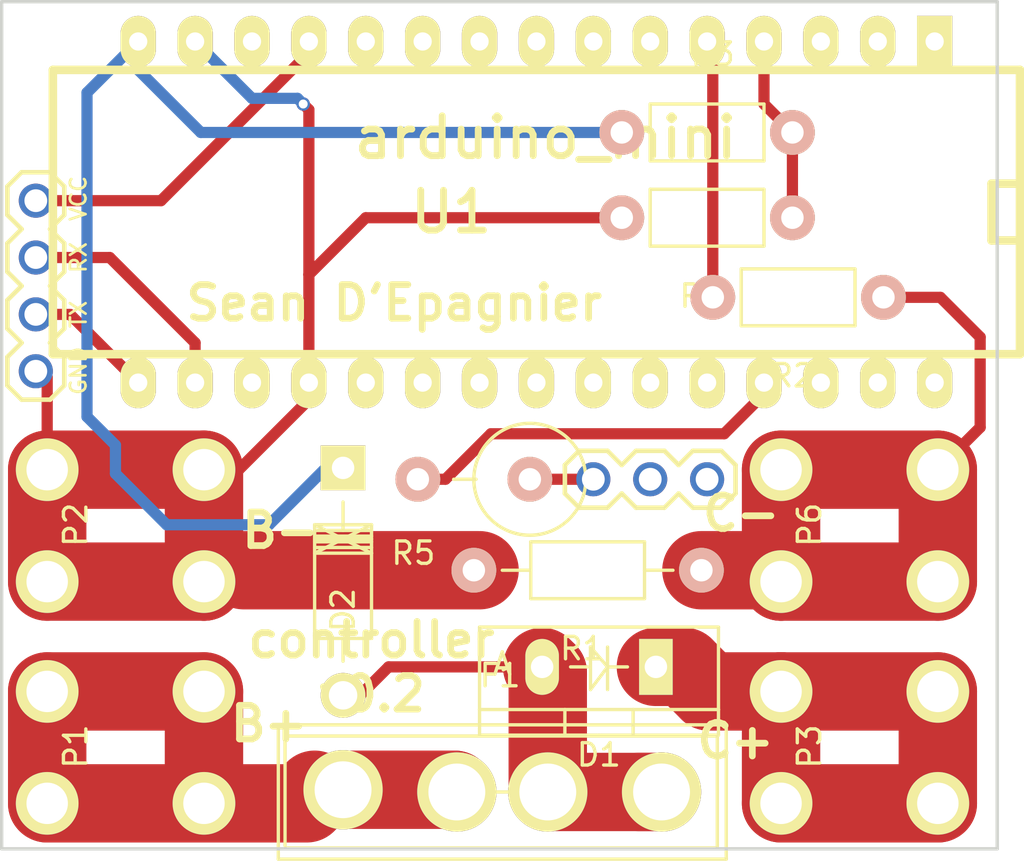
<source format=kicad_pcb>
(kicad_pcb (version 4) (host pcbnew 4.0.2+dfsg1-stable)

  (general
    (links 35)
    (no_connects 0)
    (area 134.544999 52.502999 179.399001 90.499001)
    (thickness 1.6)
    (drawings 10)
    (tracks 84)
    (zones 0)
    (modules 15)
    (nets 37)
  )

  (page A4)
  (layers
    (0 F.Cu signal)
    (31 B.Cu signal)
    (32 B.Adhes user)
    (33 F.Adhes user)
    (34 B.Paste user)
    (35 F.Paste user)
    (36 B.SilkS user)
    (37 F.SilkS user)
    (38 B.Mask user)
    (39 F.Mask user)
    (40 Dwgs.User user)
    (41 Cmts.User user)
    (42 Eco1.User user)
    (43 Eco2.User user)
    (44 Edge.Cuts user)
    (45 Margin user)
    (46 B.CrtYd user)
    (47 F.CrtYd user)
    (48 B.Fab user)
    (49 F.Fab user)
  )

  (setup
    (last_trace_width 0.5)
    (user_trace_width 3.5)
    (trace_clearance 0.4)
    (zone_clearance 0.508)
    (zone_45_only yes)
    (trace_min 0.4)
    (segment_width 0.2)
    (edge_width 0.15)
    (via_size 0.6)
    (via_drill 0.4)
    (via_min_size 0.4)
    (via_min_drill 0.3)
    (uvia_size 0.3)
    (uvia_drill 0.1)
    (uvias_allowed no)
    (uvia_min_size 0.2)
    (uvia_min_drill 0.1)
    (pcb_text_width 0.3)
    (pcb_text_size 1.5 1.5)
    (mod_edge_width 0.15)
    (mod_text_size 1 1)
    (mod_text_width 0.15)
    (pad_size 1.524 1.524)
    (pad_drill 0.762)
    (pad_to_mask_clearance 0.2)
    (aux_axis_origin 65.024 65.532)
    (visible_elements FFFFDE7F)
    (pcbplotparams
      (layerselection 0x010f0_80000001)
      (usegerberextensions false)
      (excludeedgelayer true)
      (linewidth 0.100000)
      (plotframeref false)
      (viasonmask false)
      (mode 1)
      (useauxorigin false)
      (hpglpennumber 1)
      (hpglpenspeed 20)
      (hpglpendiameter 15)
      (hpglpenoverlay 2)
      (psnegative false)
      (psa4output false)
      (plotreference true)
      (plotvalue true)
      (plotinvisibletext false)
      (padsonsilk false)
      (subtractmaskfromsilk false)
      (outputformat 1)
      (mirror false)
      (drillshape 0)
      (scaleselection 1)
      (outputdirectory gerber/))
  )

  (net 0 "")
  (net 1 GND)
  (net 2 "Net-(D1-Pad2)")
  (net 3 "Net-(D1-Pad1)")
  (net 4 "Net-(D2-Pad1)")
  (net 5 "Net-(F1-Pad1)")
  (net 6 "Net-(R2-Pad2)")
  (net 7 "Net-(R3-Pad2)")
  (net 8 "Net-(U1-Pad1)")
  (net 9 "Net-(U1-Pad2)")
  (net 10 "Net-(U1-Pad3)")
  (net 11 "Net-(U1-Pad6)")
  (net 12 "Net-(U1-Pad7)")
  (net 13 "Net-(U1-Pad8)")
  (net 14 "Net-(U1-Pad9)")
  (net 15 "Net-(U1-Pad10)")
  (net 16 "Net-(U1-Pad11)")
  (net 17 "Net-(U1-Pad13)")
  (net 18 "Net-(U1-Pad18)")
  (net 19 "Net-(U1-Pad20)")
  (net 20 "Net-(U1-Pad21)")
  (net 21 "Net-(U1-Pad24)")
  (net 22 "Net-(U1-Pad26)")
  (net 23 "Net-(U1-Pad28)")
  (net 24 "Net-(U1-Pad29)")
  (net 25 "Net-(U1-Pad30)")
  (net 26 "Net-(P5-Pad1)")
  (net 27 "Net-(P5-Pad2)")
  (net 28 "Net-(P5-Pad3)")
  (net 29 "Net-(R5-Pad2)")
  (net 30 "Net-(P6-Pad1)")
  (net 31 +5V)
  (net 32 "Net-(U1-Pad25)")
  (net 33 "Net-(P4-Pad2)")
  (net 34 "Net-(P4-Pad3)")
  (net 35 "Net-(P7-Pad1)")
  (net 36 "Net-(P8-Pad1)")

  (net_class Default "This is the default net class."
    (clearance 0.4)
    (trace_width 0.5)
    (via_dia 0.6)
    (via_drill 0.4)
    (uvia_dia 0.3)
    (uvia_drill 0.1)
    (add_net +5V)
    (add_net GND)
    (add_net "Net-(D1-Pad1)")
    (add_net "Net-(D1-Pad2)")
    (add_net "Net-(D2-Pad1)")
    (add_net "Net-(F1-Pad1)")
    (add_net "Net-(P4-Pad2)")
    (add_net "Net-(P4-Pad3)")
    (add_net "Net-(P5-Pad1)")
    (add_net "Net-(P5-Pad2)")
    (add_net "Net-(P5-Pad3)")
    (add_net "Net-(P6-Pad1)")
    (add_net "Net-(P7-Pad1)")
    (add_net "Net-(P8-Pad1)")
    (add_net "Net-(R2-Pad2)")
    (add_net "Net-(R3-Pad2)")
    (add_net "Net-(R5-Pad2)")
    (add_net "Net-(U1-Pad1)")
    (add_net "Net-(U1-Pad10)")
    (add_net "Net-(U1-Pad11)")
    (add_net "Net-(U1-Pad13)")
    (add_net "Net-(U1-Pad18)")
    (add_net "Net-(U1-Pad2)")
    (add_net "Net-(U1-Pad20)")
    (add_net "Net-(U1-Pad21)")
    (add_net "Net-(U1-Pad24)")
    (add_net "Net-(U1-Pad25)")
    (add_net "Net-(U1-Pad26)")
    (add_net "Net-(U1-Pad28)")
    (add_net "Net-(U1-Pad29)")
    (add_net "Net-(U1-Pad3)")
    (add_net "Net-(U1-Pad30)")
    (add_net "Net-(U1-Pad6)")
    (add_net "Net-(U1-Pad7)")
    (add_net "Net-(U1-Pad8)")
    (add_net "Net-(U1-Pad9)")
  )

  (net_class power ""
    (clearance 0.4)
    (trace_width 3.5)
    (via_dia 0.6)
    (via_drill 0.4)
    (uvia_dia 0.3)
    (uvia_drill 0.1)
  )

  (module Resistors_ThroughHole:Resistor_Vertical_RM5mm (layer F.Cu) (tedit 0) (tstamp 592F4CE7)
    (at 155.956 73.914 180)
    (descr "Resistor, Vertical, RM 5mm, 1/3W,")
    (tags "Resistor, Vertical, RM 5mm, 1/3W,")
    (path /5800DAB0)
    (fp_text reference R5 (at 2.70002 -3.29946 180) (layer F.SilkS)
      (effects (font (size 1 1) (thickness 0.15)))
    )
    (fp_text value "20 ohm" (at 0 4.50088 180) (layer F.Fab)
      (effects (font (size 1 1) (thickness 0.15)))
    )
    (fp_line (start -0.09906 0) (end 0.9017 0) (layer F.SilkS) (width 0.15))
    (fp_circle (center -2.49936 0) (end 0 0) (layer F.SilkS) (width 0.15))
    (pad 1 thru_hole circle (at -2.49936 0 180) (size 1.99898 1.99898) (drill 1.00076) (layers *.Cu *.SilkS *.Mask)
      (net 26 "Net-(P5-Pad1)"))
    (pad 2 thru_hole circle (at 2.5019 0 180) (size 1.99898 1.99898) (drill 1.00076) (layers *.Cu *.SilkS *.Mask)
      (net 29 "Net-(R5-Pad2)"))
  )

  (module arduino_mini (layer F.Cu) (tedit 592B377C) (tstamp 5803C741)
    (at 157.48 61.976 180)
    (descr "30 pins DIL package, elliptical pads, width 600mil (arduino mini)")
    (tags "DIL arduino mini")
    (path /5800633B)
    (fp_text reference U1 (at 2.54 0 180) (layer F.SilkS)
      (effects (font (size 1.778 1.778) (thickness 0.3048)))
    )
    (fp_text value arduino_mini (at -1.6764 3.3274 180) (layer F.SilkS)
      (effects (font (size 1.778 1.778) (thickness 0.3048)))
    )
    (fp_line (start -22.86 -6.35) (end 20.32 -6.35) (layer F.SilkS) (width 0.381))
    (fp_line (start 20.32 -6.35) (end 20.32 6.35) (layer F.SilkS) (width 0.381))
    (fp_line (start 20.32 6.35) (end -22.86 6.35) (layer F.SilkS) (width 0.381))
    (fp_line (start -22.86 6.35) (end -22.86 -6.35) (layer F.SilkS) (width 0.381))
    (fp_line (start -22.86 1.27) (end -21.59 1.27) (layer F.SilkS) (width 0.381))
    (fp_line (start -21.59 1.27) (end -21.59 -1.27) (layer F.SilkS) (width 0.381))
    (fp_line (start -21.59 -1.27) (end -22.86 -1.27) (layer F.SilkS) (width 0.381))
    (pad 1 thru_hole rect (at -19.05 7.62 180) (size 1.5748 2.286) (drill 0.8128) (layers *.Cu *.Mask F.SilkS)
      (net 8 "Net-(U1-Pad1)"))
    (pad 2 thru_hole oval (at -16.51 7.62 180) (size 1.5748 2.286) (drill 0.8128) (layers *.Cu *.Mask F.SilkS)
      (net 9 "Net-(U1-Pad2)"))
    (pad 3 thru_hole oval (at -13.97 7.62 180) (size 1.5748 2.286) (drill 0.8128) (layers *.Cu *.Mask F.SilkS)
      (net 10 "Net-(U1-Pad3)"))
    (pad 4 thru_hole oval (at -11.43 7.62 180) (size 1.5748 2.286) (drill 0.8128) (layers *.Cu *.Mask F.SilkS)
      (net 7 "Net-(R3-Pad2)"))
    (pad 5 thru_hole oval (at -8.89 7.62 180) (size 1.5748 2.286) (drill 0.8128) (layers *.Cu *.Mask F.SilkS)
      (net 6 "Net-(R2-Pad2)"))
    (pad 6 thru_hole oval (at -6.35 7.62 180) (size 1.5748 2.286) (drill 0.8128) (layers *.Cu *.Mask F.SilkS)
      (net 11 "Net-(U1-Pad6)"))
    (pad 7 thru_hole oval (at -3.81 7.62 180) (size 1.5748 2.286) (drill 0.8128) (layers *.Cu *.Mask F.SilkS)
      (net 12 "Net-(U1-Pad7)"))
    (pad 8 thru_hole oval (at -1.27 7.62 180) (size 1.5748 2.286) (drill 0.8128) (layers *.Cu *.Mask F.SilkS)
      (net 13 "Net-(U1-Pad8)"))
    (pad 9 thru_hole oval (at 1.27 7.62 180) (size 1.5748 2.286) (drill 0.8128) (layers *.Cu *.Mask F.SilkS)
      (net 14 "Net-(U1-Pad9)"))
    (pad 10 thru_hole oval (at 3.81 7.62 180) (size 1.5748 2.286) (drill 0.8128) (layers *.Cu *.Mask F.SilkS)
      (net 15 "Net-(U1-Pad10)"))
    (pad 11 thru_hole oval (at 6.35 7.62 180) (size 1.5748 2.286) (drill 0.8128) (layers *.Cu *.Mask F.SilkS)
      (net 16 "Net-(U1-Pad11)"))
    (pad 12 thru_hole oval (at 8.89 7.62 180) (size 1.5748 2.286) (drill 0.8128) (layers *.Cu *.Mask F.SilkS)
      (net 31 +5V))
    (pad 13 thru_hole oval (at 11.43 7.62 180) (size 1.5748 2.286) (drill 0.8128) (layers *.Cu *.Mask F.SilkS)
      (net 17 "Net-(U1-Pad13)"))
    (pad 14 thru_hole oval (at 13.97 7.62 180) (size 1.5748 2.286) (drill 0.8128) (layers *.Cu *.Mask F.SilkS)
      (net 1 GND))
    (pad 15 thru_hole oval (at 16.51 7.62 180) (size 1.5748 2.286) (drill 0.8128) (layers *.Cu *.Mask F.SilkS)
      (net 4 "Net-(D2-Pad1)"))
    (pad 16 thru_hole oval (at 16.51 -7.62 180) (size 1.5748 2.286) (drill 0.8128) (layers *.Cu *.Mask F.SilkS)
      (net 34 "Net-(P4-Pad3)"))
    (pad 17 thru_hole oval (at 13.97 -7.62 180) (size 1.5748 2.286) (drill 0.8128) (layers *.Cu *.Mask F.SilkS)
      (net 33 "Net-(P4-Pad2)"))
    (pad 18 thru_hole oval (at 11.43 -7.62 180) (size 1.5748 2.286) (drill 0.8128) (layers *.Cu *.Mask F.SilkS)
      (net 18 "Net-(U1-Pad18)"))
    (pad 19 thru_hole oval (at 8.89 -7.62 180) (size 1.5748 2.286) (drill 0.8128) (layers *.Cu *.Mask F.SilkS)
      (net 1 GND))
    (pad 20 thru_hole oval (at 6.35 -7.62 180) (size 1.5748 2.286) (drill 0.8128) (layers *.Cu *.Mask F.SilkS)
      (net 19 "Net-(U1-Pad20)"))
    (pad 21 thru_hole oval (at 3.81 -7.62 180) (size 1.5748 2.286) (drill 0.8128) (layers *.Cu *.Mask F.SilkS)
      (net 20 "Net-(U1-Pad21)"))
    (pad 22 thru_hole oval (at 1.27 -7.62 180) (size 1.5748 2.286) (drill 0.8128) (layers *.Cu *.Mask F.SilkS)
      (net 35 "Net-(P7-Pad1)"))
    (pad 23 thru_hole oval (at -1.27 -7.62 180) (size 1.5748 2.286) (drill 0.8128) (layers *.Cu *.Mask F.SilkS)
      (net 36 "Net-(P8-Pad1)"))
    (pad 24 thru_hole oval (at -3.81 -7.62 180) (size 1.5748 2.286) (drill 0.8128) (layers *.Cu *.Mask F.SilkS)
      (net 21 "Net-(U1-Pad24)"))
    (pad 25 thru_hole oval (at -6.35 -7.62 180) (size 1.5748 2.286) (drill 0.8128) (layers *.Cu *.Mask F.SilkS)
      (net 32 "Net-(U1-Pad25)"))
    (pad 26 thru_hole oval (at -8.89 -7.62 180) (size 1.5748 2.286) (drill 0.8128) (layers *.Cu *.Mask F.SilkS)
      (net 22 "Net-(U1-Pad26)"))
    (pad 27 thru_hole oval (at -11.43 -7.62 180) (size 1.5748 2.286) (drill 0.8128) (layers *.Cu *.Mask F.SilkS)
      (net 29 "Net-(R5-Pad2)"))
    (pad 28 thru_hole oval (at -13.97 -7.62 180) (size 1.5748 2.286) (drill 0.8128) (layers *.Cu *.Mask F.SilkS)
      (net 23 "Net-(U1-Pad28)"))
    (pad 29 thru_hole oval (at -16.51 -7.62 180) (size 1.5748 2.286) (drill 0.8128) (layers *.Cu *.Mask F.SilkS)
      (net 24 "Net-(U1-Pad29)"))
    (pad 30 thru_hole oval (at -19.05 -7.62 180) (size 1.5748 2.286) (drill 0.8128) (layers *.Cu *.Mask F.SilkS)
      (net 25 "Net-(U1-Pad30)"))
    (model arduino_nano.wrl
      (at (xyz -0.978 -0.385 0))
      (scale (xyz 0.3937 0.3937 0.3937))
      (rotate (xyz 0 0 0))
    )
  )

  (module Diodes_ThroughHole:Diode_DO-41_SOD81_Horizontal_RM10 (layer F.Cu) (tedit 592B3185) (tstamp 5803C68D)
    (at 150.114 73.406 270)
    (descr "Diode, DO-41, SOD81, Horizontal, RM 10mm,")
    (tags "Diode, DO-41, SOD81, Horizontal, RM 10mm, 1N4007, SB140,")
    (path /5800640D)
    (fp_text reference D2 (at 6.35 0 270) (layer F.SilkS)
      (effects (font (size 1 1) (thickness 0.15)))
    )
    (fp_text value D_Schottky (at 5.08 -0.508 270) (layer F.Fab)
      (effects (font (size 1 1) (thickness 0.15)))
    )
    (fp_line (start 7.62 -0.00254) (end 8.636 -0.00254) (layer F.SilkS) (width 0.15))
    (fp_line (start 2.794 -0.00254) (end 1.524 -0.00254) (layer F.SilkS) (width 0.15))
    (fp_line (start 3.048 -1.27254) (end 3.048 1.26746) (layer F.SilkS) (width 0.15))
    (fp_line (start 3.302 -1.27254) (end 3.302 1.26746) (layer F.SilkS) (width 0.15))
    (fp_line (start 3.556 -1.27254) (end 3.556 1.26746) (layer F.SilkS) (width 0.15))
    (fp_line (start 2.794 -1.27254) (end 2.794 1.26746) (layer F.SilkS) (width 0.15))
    (fp_line (start 3.81 -1.27254) (end 2.54 1.26746) (layer F.SilkS) (width 0.15))
    (fp_line (start 2.54 -1.27254) (end 3.81 1.26746) (layer F.SilkS) (width 0.15))
    (fp_line (start 3.81 -1.27254) (end 3.81 1.26746) (layer F.SilkS) (width 0.15))
    (fp_line (start 3.175 -1.27254) (end 3.175 1.26746) (layer F.SilkS) (width 0.15))
    (fp_line (start 2.54 1.26746) (end 2.54 -1.27254) (layer F.SilkS) (width 0.15))
    (fp_line (start 2.54 -1.27254) (end 7.62 -1.27254) (layer F.SilkS) (width 0.15))
    (fp_line (start 7.62 -1.27254) (end 7.62 1.26746) (layer F.SilkS) (width 0.15))
    (fp_line (start 7.62 1.26746) (end 2.54 1.26746) (layer F.SilkS) (width 0.15))
    (pad 2 thru_hole circle (at 10.16 -0.00254 90) (size 1.99898 1.99898) (drill 1.27) (layers *.Cu *.Mask F.SilkS)
      (net 2 "Net-(D1-Pad2)"))
    (pad 1 thru_hole rect (at 0 -0.00254 90) (size 1.99898 1.99898) (drill 1.00076) (layers *.Cu *.Mask F.SilkS)
      (net 4 "Net-(D2-Pad1)"))
  )

  (module freetronics_footprints:screw_terminal (layer F.Cu) (tedit 5800DEC5) (tstamp 5803C6A4)
    (at 136.906 88.392 90)
    (path /5800652F)
    (fp_text reference P1 (at 2.54 1.27 90) (layer F.SilkS)
      (effects (font (size 1 1) (thickness 0.15)))
    )
    (fp_text value "POWER +" (at 2.54 3.81 90) (layer F.Fab)
      (effects (font (size 1 1) (thickness 0.15)))
    )
    (pad 1 thru_hole circle (at 0 0 90) (size 2.8 2.8) (drill 1.85) (layers *.Cu *.Mask F.SilkS)
      (net 5 "Net-(F1-Pad1)"))
    (pad 1 thru_hole circle (at 5 0 90) (size 2.8 2.8) (drill 1.85) (layers *.Cu *.Mask F.SilkS)
      (net 5 "Net-(F1-Pad1)"))
    (pad 1 thru_hole circle (at 0 7 90) (size 2.8 2.8) (drill 1.85) (layers *.Cu *.Mask F.SilkS)
      (net 5 "Net-(F1-Pad1)"))
    (pad 1 thru_hole circle (at 5 7 90) (size 2.8 2.8) (drill 1.85) (layers *.Cu *.Mask F.SilkS)
      (net 5 "Net-(F1-Pad1)"))
  )

  (module freetronics_footprints:screw_terminal (layer F.Cu) (tedit 5800DEC1) (tstamp 5803C6AC)
    (at 136.906 78.486 90)
    (path /58006586)
    (fp_text reference P2 (at 2.54 1.27 90) (layer F.SilkS)
      (effects (font (size 1 1) (thickness 0.15)))
    )
    (fp_text value "POWER -" (at 2.54 3.81 90) (layer F.Fab)
      (effects (font (size 1 1) (thickness 0.15)))
    )
    (pad 1 thru_hole circle (at 0 0 90) (size 2.8 2.8) (drill 1.85) (layers *.Cu *.Mask F.SilkS)
      (net 1 GND))
    (pad 1 thru_hole circle (at 5 0 90) (size 2.8 2.8) (drill 1.85) (layers *.Cu *.Mask F.SilkS)
      (net 1 GND))
    (pad 1 thru_hole circle (at 0 7 90) (size 2.8 2.8) (drill 1.85) (layers *.Cu *.Mask F.SilkS)
      (net 1 GND))
    (pad 1 thru_hole circle (at 5 7 90) (size 2.8 2.8) (drill 1.85) (layers *.Cu *.Mask F.SilkS)
      (net 1 GND))
  )

  (module freetronics_footprints:1X03 (layer F.Cu) (tedit 5800EA77) (tstamp 5803CDB1)
    (at 161.29 73.914)
    (path /5800D9B9)
    (fp_text reference P5 (at 0.3 0) (layer Eco1.User)
      (effects (font (size 0.6 0.6) (thickness 0.1)))
    )
    (fp_text value CONN_01X03 (at 2.6 1.6) (layer Eco1.User) hide
      (effects (font (size 0.2 0.2) (thickness 0.05)))
    )
    (fp_line (start 3.81 -0.635) (end 4.445 -1.27) (layer F.SilkS) (width 0.2032))
    (fp_line (start 4.445 -1.27) (end 5.715 -1.27) (layer F.SilkS) (width 0.2032))
    (fp_line (start 5.715 -1.27) (end 6.35 -0.635) (layer F.SilkS) (width 0.2032))
    (fp_line (start 6.35 0.635) (end 5.715 1.27) (layer F.SilkS) (width 0.2032))
    (fp_line (start 5.715 1.27) (end 4.445 1.27) (layer F.SilkS) (width 0.2032))
    (fp_line (start 4.445 1.27) (end 3.81 0.635) (layer F.SilkS) (width 0.2032))
    (fp_line (start -0.635 -1.27) (end 0.635 -1.27) (layer F.SilkS) (width 0.2032))
    (fp_line (start 0.635 -1.27) (end 1.27 -0.635) (layer F.SilkS) (width 0.2032))
    (fp_line (start 1.27 0.635) (end 0.635 1.27) (layer F.SilkS) (width 0.2032))
    (fp_line (start 1.27 -0.635) (end 1.905 -1.27) (layer F.SilkS) (width 0.2032))
    (fp_line (start 1.905 -1.27) (end 3.175 -1.27) (layer F.SilkS) (width 0.2032))
    (fp_line (start 3.175 -1.27) (end 3.81 -0.635) (layer F.SilkS) (width 0.2032))
    (fp_line (start 3.81 0.635) (end 3.175 1.27) (layer F.SilkS) (width 0.2032))
    (fp_line (start 3.175 1.27) (end 1.905 1.27) (layer F.SilkS) (width 0.2032))
    (fp_line (start 1.905 1.27) (end 1.27 0.635) (layer F.SilkS) (width 0.2032))
    (fp_line (start -1.27 -0.635) (end -1.27 0.635) (layer F.SilkS) (width 0.2032))
    (fp_line (start -0.635 -1.27) (end -1.27 -0.635) (layer F.SilkS) (width 0.2032))
    (fp_line (start -1.27 0.635) (end -0.635 1.27) (layer F.SilkS) (width 0.2032))
    (fp_line (start 0.635 1.27) (end -0.635 1.27) (layer F.SilkS) (width 0.2032))
    (fp_line (start 6.35 -0.635) (end 6.35 0.635) (layer F.SilkS) (width 0.2032))
    (pad 1 thru_hole oval (at 0 0 90) (size 1.524 1.524) (drill 1.016) (layers *.Cu *.Mask)
      (net 26 "Net-(P5-Pad1)"))
    (pad 2 thru_hole oval (at 2.54 0 90) (size 1.524 1.524) (drill 1.016) (layers *.Cu *.Mask)
      (net 27 "Net-(P5-Pad2)"))
    (pad 3 thru_hole oval (at 5.08 0 90) (size 1.524 1.524) (drill 1.016) (layers *.Cu *.Mask)
      (net 28 "Net-(P5-Pad3)"))
  )

  (module freetronics_footprints:screw_terminal (layer F.Cu) (tedit 5800DEC9) (tstamp 58041B43)
    (at 169.672 88.392 90)
    (path /5800E054)
    (fp_text reference P3 (at 2.54 1.27 90) (layer F.SilkS)
      (effects (font (size 1 1) (thickness 0.15)))
    )
    (fp_text value "CONTROLLER +" (at 5.08 3.81 90) (layer F.Fab)
      (effects (font (size 1 1) (thickness 0.15)))
    )
    (pad 1 thru_hole circle (at 0 0 90) (size 2.8 2.8) (drill 1.85) (layers *.Cu *.Mask F.SilkS)
      (net 3 "Net-(D1-Pad1)"))
    (pad 1 thru_hole circle (at 5 0 90) (size 2.8 2.8) (drill 1.85) (layers *.Cu *.Mask F.SilkS)
      (net 3 "Net-(D1-Pad1)"))
    (pad 1 thru_hole circle (at 0 7 90) (size 2.8 2.8) (drill 1.85) (layers *.Cu *.Mask F.SilkS)
      (net 3 "Net-(D1-Pad1)"))
    (pad 1 thru_hole circle (at 5 7 90) (size 2.8 2.8) (drill 1.85) (layers *.Cu *.Mask F.SilkS)
      (net 3 "Net-(D1-Pad1)"))
  )

  (module freetronics_footprints:screw_terminal (layer F.Cu) (tedit 5800DECB) (tstamp 58041B4B)
    (at 169.672 78.486 90)
    (path /5800E12A)
    (fp_text reference P6 (at 2.54 1.27 90) (layer F.SilkS)
      (effects (font (size 1 1) (thickness 0.15)))
    )
    (fp_text value CONTROLLER- (at 3.81 3.81 90) (layer F.Fab)
      (effects (font (size 1 1) (thickness 0.15)))
    )
    (pad 1 thru_hole circle (at 0 0 90) (size 2.8 2.8) (drill 1.85) (layers *.Cu *.Mask F.SilkS)
      (net 30 "Net-(P6-Pad1)"))
    (pad 1 thru_hole circle (at 5 0 90) (size 2.8 2.8) (drill 1.85) (layers *.Cu *.Mask F.SilkS)
      (net 30 "Net-(P6-Pad1)"))
    (pad 1 thru_hole circle (at 0 7 90) (size 2.8 2.8) (drill 1.85) (layers *.Cu *.Mask F.SilkS)
      (net 30 "Net-(P6-Pad1)"))
    (pad 1 thru_hole circle (at 5 7 90) (size 2.8 2.8) (drill 1.85) (layers *.Cu *.Mask F.SilkS)
      (net 30 "Net-(P6-Pad1)"))
  )

  (module Diodes_ThroughHole:Diode_TO-220_Vertical (layer F.Cu) (tedit 5800EE15) (tstamp 58043B01)
    (at 164.084 82.296 180)
    (descr "TO-220, Diode, Vertical,")
    (tags "TO-220, Diode, Vertical,")
    (path /5800649B)
    (fp_text reference D1 (at 2.54762 -3.92938 180) (layer F.SilkS)
      (effects (font (size 1 1) (thickness 0.15)))
    )
    (fp_text value D_Schottky (at 2.794 -1.27 180) (layer F.Fab)
      (effects (font (size 1 1) (thickness 0.15)))
    )
    (fp_text user A (at 6.858 0.127 180) (layer F.SilkS)
      (effects (font (size 1 1) (thickness 0.15)))
    )
    (fp_line (start 2.159 0) (end 1.27 0) (layer F.SilkS) (width 0.15))
    (fp_line (start 3.048 0) (end 3.81 0) (layer F.SilkS) (width 0.15))
    (fp_line (start 2.159 0) (end 2.921 -1.016) (layer F.SilkS) (width 0.15))
    (fp_line (start 2.921 -1.016) (end 2.921 0.889) (layer F.SilkS) (width 0.15))
    (fp_line (start 2.921 0.889) (end 2.159 0) (layer F.SilkS) (width 0.15))
    (fp_line (start 2.159 -1.016) (end 2.159 0.889) (layer F.SilkS) (width 0.15))
    (fp_line (start 1.016 -3.048) (end 1.016 -1.905) (layer F.SilkS) (width 0.15))
    (fp_line (start 4.064 -3.048) (end 4.064 -1.905) (layer F.SilkS) (width 0.15))
    (fp_line (start 7.874 -1.905) (end 7.874 1.778) (layer F.SilkS) (width 0.15))
    (fp_line (start 7.874 1.778) (end -2.794 1.778) (layer F.SilkS) (width 0.15))
    (fp_line (start -2.794 1.778) (end -2.794 -1.905) (layer F.SilkS) (width 0.15))
    (fp_line (start 7.874 -3.048) (end 7.874 -1.905) (layer F.SilkS) (width 0.15))
    (fp_line (start 7.874 -1.905) (end -2.794 -1.905) (layer F.SilkS) (width 0.15))
    (fp_line (start -2.794 -1.905) (end -2.794 -3.048) (layer F.SilkS) (width 0.15))
    (fp_line (start 2.54 -3.048) (end -2.794 -3.048) (layer F.SilkS) (width 0.15))
    (fp_line (start 2.54 -3.048) (end 7.874 -3.048) (layer F.SilkS) (width 0.15))
    (pad 1 thru_hole rect (at 0 0 270) (size 2.49936 1.50114) (drill 1.00076) (layers *.Cu *.Mask F.SilkS)
      (net 3 "Net-(D1-Pad1)"))
    (pad 2 thru_hole oval (at 5.08 0 270) (size 2.49936 1.50114) (drill 1.00076) (layers *.Cu *.Mask F.SilkS)
      (net 2 "Net-(D1-Pad2)"))
    (model Diodes_ThroughHole.3dshapes/Diode_TO-220_Vertical.wrl
      (at (xyz 0.1 0 0))
      (scale (xyz 0.3937 0.3937 0.3937))
      (rotate (xyz 0 0 0))
    )
  )

  (module arduino:BladeFuse-CarType (layer F.Cu) (tedit 592B2950) (tstamp 590B0AE0)
    (at 157.226 87.884)
    (path /58006659)
    (fp_text reference F1 (at -0.1 -5.2) (layer F.SilkS)
      (effects (font (size 1 1) (thickness 0.15)))
    )
    (fp_text value FUSE (at -3.302 -3.5814) (layer F.Fab)
      (effects (font (size 1 1) (thickness 0.15)))
    )
    (fp_line (start 0.3 0) (end -0.3 0) (layer F.SilkS) (width 0.15))
    (fp_line (start -10 -3) (end 10 -3) (layer F.SilkS) (width 0.15))
    (fp_line (start 10 -3) (end 10 3) (layer F.SilkS) (width 0.15))
    (fp_line (start 10 3) (end -10 3) (layer F.SilkS) (width 0.15))
    (fp_line (start -10 3) (end -10 -3) (layer F.SilkS) (width 0.15))
    (fp_line (start -9.6 -2.5) (end 9.6 -2.5) (layer F.SilkS) (width 0.15))
    (fp_line (start 9.6 -2.5) (end 9.6 2.5) (layer F.SilkS) (width 0.15))
    (fp_line (start 9.6 2.5) (end -9.6 2.5) (layer F.SilkS) (width 0.15))
    (fp_line (start -9.7 2.4) (end -9.7 -2.6) (layer F.SilkS) (width 0.15))
    (pad 2 thru_hole circle (at 7.11 0) (size 3.54 3.54) (drill 2.54) (layers *.Cu *.Mask F.SilkS)
      (net 2 "Net-(D1-Pad2)"))
    (pad 2 thru_hole circle (at 2.03 0) (size 3.54 3.54) (drill 2.54) (layers *.Cu *.Mask F.SilkS)
      (net 2 "Net-(D1-Pad2)"))
    (pad 1 thru_hole circle (at -7.11 -0.1) (size 3.54 3.54) (drill 2.54) (layers *.Cu *.Mask F.SilkS)
      (net 5 "Net-(F1-Pad1)"))
    (pad 1 thru_hole circle (at -2.03 0) (size 3.54 3.54) (drill 2.54) (layers *.Cu *.Mask F.SilkS)
      (net 5 "Net-(F1-Pad1)"))
    (model Fuse_Holders_and_Fuses.3dshapes/BladeFuse-CarType.wrl
      (at (xyz 0 0 0))
      (scale (xyz 0.3937 0.3937 0.3937))
      (rotate (xyz 0 0 0))
    )
  )

  (module uart:uart (layer F.Cu) (tedit 592B3B30) (tstamp 592EE13E)
    (at 136.398 61.468 270)
    (path /592E3F7B)
    (fp_text reference P4 (at 0 0 270) (layer Eco1.User) hide
      (effects (font (size 0.6 0.6) (thickness 0.1)))
    )
    (fp_text value uart (at 1.27 1.27 270) (layer Eco1.User) hide
      (effects (font (size 0.6 0.6) (thickness 0.1)))
    )
    (fp_text user GND (at 7.6 -1.9 270) (layer F.SilkS)
      (effects (font (size 0.7 0.7) (thickness 0.12)))
    )
    (fp_text user RX (at 2.54 -1.905 270) (layer F.SilkS)
      (effects (font (size 0.7 0.7) (thickness 0.12)))
    )
    (fp_text user TX (at 5.08 -1.905 270) (layer F.SilkS)
      (effects (font (size 0.7 0.7) (thickness 0.12)))
    )
    (fp_text user VCC (at -0.1 -1.9 270) (layer F.SilkS)
      (effects (font (size 0.7 0.7) (thickness 0.12)))
    )
    (fp_line (start 6.985 -1.27) (end 8.255 -1.27) (layer F.SilkS) (width 0.2032))
    (fp_line (start 8.255 -1.27) (end 8.89 -0.635) (layer F.SilkS) (width 0.2032))
    (fp_line (start 8.89 0.635) (end 8.255 1.27) (layer F.SilkS) (width 0.2032))
    (fp_line (start 3.81 -0.635) (end 4.445 -1.27) (layer F.SilkS) (width 0.2032))
    (fp_line (start 4.445 -1.27) (end 5.715 -1.27) (layer F.SilkS) (width 0.2032))
    (fp_line (start 5.715 -1.27) (end 6.35 -0.635) (layer F.SilkS) (width 0.2032))
    (fp_line (start 6.35 0.635) (end 5.715 1.27) (layer F.SilkS) (width 0.2032))
    (fp_line (start 5.715 1.27) (end 4.445 1.27) (layer F.SilkS) (width 0.2032))
    (fp_line (start 4.445 1.27) (end 3.81 0.635) (layer F.SilkS) (width 0.2032))
    (fp_line (start 6.985 -1.27) (end 6.35 -0.635) (layer F.SilkS) (width 0.2032))
    (fp_line (start 6.35 0.635) (end 6.985 1.27) (layer F.SilkS) (width 0.2032))
    (fp_line (start 8.255 1.27) (end 6.985 1.27) (layer F.SilkS) (width 0.2032))
    (fp_line (start -0.635 -1.27) (end 0.635 -1.27) (layer F.SilkS) (width 0.2032))
    (fp_line (start 0.635 -1.27) (end 1.27 -0.635) (layer F.SilkS) (width 0.2032))
    (fp_line (start 1.27 0.635) (end 0.635 1.27) (layer F.SilkS) (width 0.2032))
    (fp_line (start 1.27 -0.635) (end 1.905 -1.27) (layer F.SilkS) (width 0.2032))
    (fp_line (start 1.905 -1.27) (end 3.175 -1.27) (layer F.SilkS) (width 0.2032))
    (fp_line (start 3.175 -1.27) (end 3.81 -0.635) (layer F.SilkS) (width 0.2032))
    (fp_line (start 3.81 0.635) (end 3.175 1.27) (layer F.SilkS) (width 0.2032))
    (fp_line (start 3.175 1.27) (end 1.905 1.27) (layer F.SilkS) (width 0.2032))
    (fp_line (start 1.905 1.27) (end 1.27 0.635) (layer F.SilkS) (width 0.2032))
    (fp_line (start -1.27 -0.635) (end -1.27 0.635) (layer F.SilkS) (width 0.2032))
    (fp_line (start -0.635 -1.27) (end -1.27 -0.635) (layer F.SilkS) (width 0.2032))
    (fp_line (start -1.27 0.635) (end -0.635 1.27) (layer F.SilkS) (width 0.2032))
    (fp_line (start 0.635 1.27) (end -0.635 1.27) (layer F.SilkS) (width 0.2032))
    (fp_line (start 8.89 -0.635) (end 8.89 0.635) (layer F.SilkS) (width 0.2032))
    (pad 1 thru_hole oval (at 0 0) (size 1.524 1.524) (drill 1.016) (layers *.Cu *.Mask)
      (net 31 +5V))
    (pad 2 thru_hole oval (at 2.54 0) (size 1.524 1.524) (drill 1.016) (layers *.Cu *.Mask)
      (net 33 "Net-(P4-Pad2)"))
    (pad 3 thru_hole oval (at 5.08 0) (size 1.524 1.524) (drill 1.016) (layers *.Cu *.Mask)
      (net 34 "Net-(P4-Pad3)"))
    (pad 4 thru_hole oval (at 7.62 0) (size 1.524 1.524) (drill 1.016) (layers *.Cu *.Mask)
      (net 1 GND))
  )

  (module Resistors_ThroughHole:Resistor_Horizontal_RM10mm (layer F.Cu) (tedit 56648415) (tstamp 592F1D45)
    (at 166.116 77.978 180)
    (descr "Resistor, Axial,  RM 10mm, 1/3W")
    (tags "Resistor Axial RM 10mm 1/3W")
    (path /580070B4)
    (fp_text reference R1 (at 5.32892 -3.50012 180) (layer F.SilkS)
      (effects (font (size 1 1) (thickness 0.15)))
    )
    (fp_text value ".05 ohm" (at 5.08 3.81 180) (layer F.Fab)
      (effects (font (size 1 1) (thickness 0.15)))
    )
    (fp_line (start -1.25 -1.5) (end 11.4 -1.5) (layer F.CrtYd) (width 0.05))
    (fp_line (start -1.25 1.5) (end -1.25 -1.5) (layer F.CrtYd) (width 0.05))
    (fp_line (start 11.4 -1.5) (end 11.4 1.5) (layer F.CrtYd) (width 0.05))
    (fp_line (start -1.25 1.5) (end 11.4 1.5) (layer F.CrtYd) (width 0.05))
    (fp_line (start 2.54 -1.27) (end 7.62 -1.27) (layer F.SilkS) (width 0.15))
    (fp_line (start 7.62 -1.27) (end 7.62 1.27) (layer F.SilkS) (width 0.15))
    (fp_line (start 7.62 1.27) (end 2.54 1.27) (layer F.SilkS) (width 0.15))
    (fp_line (start 2.54 1.27) (end 2.54 -1.27) (layer F.SilkS) (width 0.15))
    (fp_line (start 2.54 0) (end 1.27 0) (layer F.SilkS) (width 0.15))
    (fp_line (start 7.62 0) (end 8.89 0) (layer F.SilkS) (width 0.15))
    (pad 1 thru_hole circle (at 0 0 180) (size 1.99898 1.99898) (drill 1.00076) (layers *.Cu *.SilkS *.Mask)
      (net 30 "Net-(P6-Pad1)"))
    (pad 2 thru_hole circle (at 10.16 0 180) (size 1.99898 1.99898) (drill 1.00076) (layers *.Cu *.SilkS *.Mask)
      (net 1 GND))
    (model Resistors_ThroughHole.3dshapes/Resistor_Horizontal_RM10mm.wrl
      (at (xyz 0 0 0))
      (scale (xyz 0.4 0.4 0.4))
      (rotate (xyz 0 0 0))
    )
  )

  (module Resistors_ThroughHole:Resistor_Horizontal_RM7mm (layer F.Cu) (tedit 569FCF07) (tstamp 592F1D53)
    (at 174.244 65.786 180)
    (descr "Resistor, Axial,  RM 7.62mm, 1/3W,")
    (tags "Resistor Axial RM 7.62mm 1/3W R3")
    (path /5800782E)
    (fp_text reference R2 (at 4.05892 -3.50012 180) (layer F.SilkS)
      (effects (font (size 1 1) (thickness 0.15)))
    )
    (fp_text value 560 (at 3.81 3.81 180) (layer F.Fab)
      (effects (font (size 1 1) (thickness 0.15)))
    )
    (fp_line (start -1.25 -1.5) (end 8.85 -1.5) (layer F.CrtYd) (width 0.05))
    (fp_line (start -1.25 1.5) (end -1.25 -1.5) (layer F.CrtYd) (width 0.05))
    (fp_line (start 8.85 -1.5) (end 8.85 1.5) (layer F.CrtYd) (width 0.05))
    (fp_line (start -1.25 1.5) (end 8.85 1.5) (layer F.CrtYd) (width 0.05))
    (fp_line (start 1.27 -1.27) (end 6.35 -1.27) (layer F.SilkS) (width 0.15))
    (fp_line (start 6.35 -1.27) (end 6.35 1.27) (layer F.SilkS) (width 0.15))
    (fp_line (start 6.35 1.27) (end 1.27 1.27) (layer F.SilkS) (width 0.15))
    (fp_line (start 1.27 1.27) (end 1.27 -1.27) (layer F.SilkS) (width 0.15))
    (pad 1 thru_hole circle (at 0 0 180) (size 1.99898 1.99898) (drill 1.00076) (layers *.Cu *.SilkS *.Mask)
      (net 30 "Net-(P6-Pad1)"))
    (pad 2 thru_hole circle (at 7.62 0 180) (size 1.99898 1.99898) (drill 1.00076) (layers *.Cu *.SilkS *.Mask)
      (net 6 "Net-(R2-Pad2)"))
  )

  (module Resistors_ThroughHole:Resistor_Horizontal_RM7mm (layer F.Cu) (tedit 569FCF07) (tstamp 592F1D61)
    (at 162.56 58.42)
    (descr "Resistor, Axial,  RM 7.62mm, 1/3W,")
    (tags "Resistor Axial RM 7.62mm 1/3W R3")
    (path /58007101)
    (fp_text reference R3 (at 4.05892 -3.50012) (layer F.SilkS)
      (effects (font (size 1 1) (thickness 0.15)))
    )
    (fp_text value "10k ohm" (at 3.81 3.81) (layer F.Fab)
      (effects (font (size 1 1) (thickness 0.15)))
    )
    (fp_line (start -1.25 -1.5) (end 8.85 -1.5) (layer F.CrtYd) (width 0.05))
    (fp_line (start -1.25 1.5) (end -1.25 -1.5) (layer F.CrtYd) (width 0.05))
    (fp_line (start 8.85 -1.5) (end 8.85 1.5) (layer F.CrtYd) (width 0.05))
    (fp_line (start -1.25 1.5) (end 8.85 1.5) (layer F.CrtYd) (width 0.05))
    (fp_line (start 1.27 -1.27) (end 6.35 -1.27) (layer F.SilkS) (width 0.15))
    (fp_line (start 6.35 -1.27) (end 6.35 1.27) (layer F.SilkS) (width 0.15))
    (fp_line (start 6.35 1.27) (end 1.27 1.27) (layer F.SilkS) (width 0.15))
    (fp_line (start 1.27 1.27) (end 1.27 -1.27) (layer F.SilkS) (width 0.15))
    (pad 1 thru_hole circle (at 0 0) (size 1.99898 1.99898) (drill 1.00076) (layers *.Cu *.SilkS *.Mask)
      (net 4 "Net-(D2-Pad1)"))
    (pad 2 thru_hole circle (at 7.62 0) (size 1.99898 1.99898) (drill 1.00076) (layers *.Cu *.SilkS *.Mask)
      (net 7 "Net-(R3-Pad2)"))
  )

  (module Resistors_ThroughHole:Resistor_Horizontal_RM7mm (layer F.Cu) (tedit 569FCF07) (tstamp 592F1D6F)
    (at 170.18 62.23 180)
    (descr "Resistor, Axial,  RM 7.62mm, 1/3W,")
    (tags "Resistor Axial RM 7.62mm 1/3W R3")
    (path /58007180)
    (fp_text reference R4 (at 4.05892 -3.50012 180) (layer F.SilkS)
      (effects (font (size 1 1) (thickness 0.15)))
    )
    (fp_text value "560 ohm" (at 3.81 3.81 180) (layer F.Fab)
      (effects (font (size 1 1) (thickness 0.15)))
    )
    (fp_line (start -1.25 -1.5) (end 8.85 -1.5) (layer F.CrtYd) (width 0.05))
    (fp_line (start -1.25 1.5) (end -1.25 -1.5) (layer F.CrtYd) (width 0.05))
    (fp_line (start 8.85 -1.5) (end 8.85 1.5) (layer F.CrtYd) (width 0.05))
    (fp_line (start -1.25 1.5) (end 8.85 1.5) (layer F.CrtYd) (width 0.05))
    (fp_line (start 1.27 -1.27) (end 6.35 -1.27) (layer F.SilkS) (width 0.15))
    (fp_line (start 6.35 -1.27) (end 6.35 1.27) (layer F.SilkS) (width 0.15))
    (fp_line (start 6.35 1.27) (end 1.27 1.27) (layer F.SilkS) (width 0.15))
    (fp_line (start 1.27 1.27) (end 1.27 -1.27) (layer F.SilkS) (width 0.15))
    (pad 1 thru_hole circle (at 0 0 180) (size 1.99898 1.99898) (drill 1.00076) (layers *.Cu *.SilkS *.Mask)
      (net 7 "Net-(R3-Pad2)"))
    (pad 2 thru_hole circle (at 7.62 0 180) (size 1.99898 1.99898) (drill 1.00076) (layers *.Cu *.SilkS *.Mask)
      (net 1 GND))
  )

  (gr_line (start 179.324 90.424) (end 134.874 90.424) (angle 90) (layer Edge.Cuts) (width 0.15))
  (gr_line (start 134.874 52.578) (end 179.324 52.578) (angle 90) (layer Edge.Cuts) (width 0.15))
  (gr_line (start 134.874 90.424) (end 134.874 52.578) (angle 90) (layer Edge.Cuts) (width 0.15))
  (gr_line (start 179.324 52.578) (end 179.324 90.424) (angle 90) (layer Edge.Cuts) (width 0.15))
  (gr_text B- (at 147.32 76.2) (layer F.SilkS)
    (effects (font (size 1.5 1.5) (thickness 0.3)))
  )
  (gr_text C- (at 167.894 75.438) (layer F.SilkS)
    (effects (font (size 1.5 1.5) (thickness 0.3)))
  )
  (gr_text C+ (at 167.64 85.598) (layer F.SilkS)
    (effects (font (size 1.5 1.5) (thickness 0.3)))
  )
  (gr_text B+ (at 146.812 84.836) (layer F.SilkS)
    (effects (font (size 1.5 1.5) (thickness 0.3)))
  )
  (gr_text "Sean D'Epagnier" (at 152.4 66.04) (layer F.SilkS)
    (effects (font (size 1.5 1.5) (thickness 0.3)))
  )
  (gr_text "controller\nv0.2" (at 151.384 82.296) (layer F.SilkS)
    (effects (font (size 1.5 1.5) (thickness 0.3)))
  )

  (segment (start 136.906 73.486) (end 136.906 69.342) (width 0.5) (layer F.Cu) (net 1))
  (segment (start 136.652 69.342) (end 136.398 69.088) (width 0.5) (layer F.Cu) (net 1) (tstamp 592F4F81))
  (segment (start 148.59 69.596) (end 148.59 70.104) (width 0.5) (layer F.Cu) (net 1))
  (segment (start 148.844 70.104) (end 145.462 73.486) (width 0.5) (layer F.Cu) (net 1) (tstamp 592F4E91))
  (segment (start 145.462 73.486) (end 143.906 73.486) (width 0.5) (layer F.Cu) (net 1) (tstamp 592F4E93))
  (segment (start 148.59 64.77) (end 148.59 57.404) (width 0.5) (layer F.Cu) (net 1))
  (segment (start 146.05 56.896) (end 143.51 54.356) (width 0.5) (layer B.Cu) (net 1) (tstamp 592F4E1B))
  (segment (start 148.082 56.896) (end 146.05 56.896) (width 0.5) (layer B.Cu) (net 1) (tstamp 592F4E1A))
  (segment (start 148.336 57.15) (end 148.082 56.896) (width 0.5) (layer B.Cu) (net 1) (tstamp 592F4E19))
  (via (at 148.336 57.15) (size 0.6) (drill 0.4) (layers F.Cu B.Cu) (net 1))
  (segment (start 148.59 57.404) (end 148.336 57.15) (width 0.5) (layer F.Cu) (net 1) (tstamp 592F4E16))
  (segment (start 156.21 77.978) (end 145.684 77.978) (width 3.5) (layer F.Cu) (net 1))
  (segment (start 144.414 77.978) (end 143.906 78.486) (width 3.5) (layer F.Cu) (net 1) (tstamp 592F2AC3))
  (segment (start 162.56 62.23) (end 151.13 62.23) (width 0.5) (layer F.Cu) (net 1))
  (segment (start 151.13 62.23) (end 148.59 64.77) (width 0.5) (layer F.Cu) (net 1) (tstamp 592F2A09))
  (segment (start 148.59 69.596) (end 148.59 64.77) (width 0.5) (layer F.Cu) (net 1))
  (segment (start 143.906 78.486) (end 143.906 73.486) (width 3.5) (layer F.Cu) (net 1))
  (segment (start 143.906 73.486) (end 136.906 73.486) (width 3.5) (layer F.Cu) (net 1) (tstamp 592F2758))
  (segment (start 136.906 73.486) (end 136.906 78.486) (width 3.5) (layer F.Cu) (net 1) (tstamp 592F2759))
  (segment (start 136.906 78.486) (end 143.906 78.486) (width 3.5) (layer F.Cu) (net 1) (tstamp 592F275A))
  (segment (start 159.004 82.296) (end 152.14854 82.296) (width 0.5) (layer F.Cu) (net 2))
  (segment (start 152.14854 82.296) (end 150.87854 83.566) (width 0.5) (layer F.Cu) (net 2) (tstamp 592F4E26))
  (segment (start 159.256 87.884) (end 159.256 82.548) (width 3.5) (layer F.Cu) (net 2))
  (segment (start 159.256 82.548) (end 159.004 82.296) (width 3.5) (layer F.Cu) (net 2) (tstamp 592F2ABC))
  (segment (start 163.322 87.884) (end 164.336 87.884) (width 3.5) (layer F.Cu) (net 2) (tstamp 592F2743))
  (segment (start 159.256 87.884) (end 164.336 87.884) (width 3.5) (layer F.Cu) (net 2))
  (segment (start 164.084 82.296) (end 165.354 82.296) (width 3.5) (layer F.Cu) (net 3))
  (segment (start 166.45 83.392) (end 169.672 83.392) (width 3.5) (layer F.Cu) (net 3) (tstamp 592F4EED))
  (segment (start 165.354 82.296) (end 166.45 83.392) (width 3.5) (layer F.Cu) (net 3) (tstamp 592F4EEC))
  (segment (start 169.672 84.582) (end 169.672 83.392) (width 3.5) (layer F.Cu) (net 3) (tstamp 592F4E23))
  (segment (start 169.672 84.582) (end 169.672 83.392) (width 3.5) (layer F.Cu) (net 3) (tstamp 592F280B))
  (segment (start 169.672 88.392) (end 176.672 88.392) (width 3.5) (layer F.Cu) (net 3))
  (segment (start 176.672 88.392) (end 176.672 83.392) (width 3.5) (layer F.Cu) (net 3) (tstamp 592F2738))
  (segment (start 176.672 83.392) (end 169.672 83.392) (width 3.5) (layer F.Cu) (net 3) (tstamp 592F2739))
  (segment (start 169.672 83.392) (end 169.672 88.392) (width 3.5) (layer F.Cu) (net 3) (tstamp 592F273A))
  (segment (start 150.11654 73.406) (end 149.352 73.406) (width 0.5) (layer B.Cu) (net 4) (status C00000))
  (segment (start 149.352 73.406) (end 146.812 75.946) (width 0.5) (layer B.Cu) (net 4) (tstamp 592F4F8F) (status 400000))
  (segment (start 146.812 75.946) (end 142.24 75.946) (width 0.5) (layer B.Cu) (net 4) (tstamp 592F4F90))
  (segment (start 142.24 75.946) (end 139.954 73.66) (width 0.5) (layer B.Cu) (net 4) (tstamp 592F4F92))
  (segment (start 139.954 73.66) (end 139.954 72.39) (width 0.5) (layer B.Cu) (net 4) (tstamp 592F4F94))
  (segment (start 139.954 72.39) (end 138.684 71.12) (width 0.5) (layer B.Cu) (net 4) (tstamp 592F4F95))
  (segment (start 138.684 71.12) (end 138.684 56.642) (width 0.5) (layer B.Cu) (net 4) (tstamp 592F4F96))
  (segment (start 138.684 56.642) (end 140.97 54.356) (width 0.5) (layer B.Cu) (net 4) (tstamp 592F4F97) (status 800000))
  (segment (start 162.56 58.42) (end 143.764 58.42) (width 0.5) (layer B.Cu) (net 4))
  (segment (start 140.97 55.626) (end 140.97 54.356) (width 0.5) (layer B.Cu) (net 4) (tstamp 592F4E13))
  (segment (start 143.764 58.42) (end 140.97 55.626) (width 0.5) (layer B.Cu) (net 4) (tstamp 592F4E12))
  (segment (start 143.906 88.392) (end 148.492 88.392) (width 3.5) (layer F.Cu) (net 5))
  (segment (start 148.238 88.392) (end 148.846 87.784) (width 3.5) (layer F.Cu) (net 5) (tstamp 592F2AB7))
  (segment (start 150.116 87.784) (end 155.096 87.784) (width 3.5) (layer F.Cu) (net 5))
  (segment (start 155.096 87.784) (end 155.196 87.884) (width 3.5) (layer F.Cu) (net 5) (tstamp 592F2731))
  (segment (start 136.906 83.392) (end 143.906 83.392) (width 3.5) (layer F.Cu) (net 5))
  (segment (start 143.906 83.392) (end 143.906 88.392) (width 3.5) (layer F.Cu) (net 5) (tstamp 592F2729))
  (segment (start 143.906 88.392) (end 136.906 88.392) (width 3.5) (layer F.Cu) (net 5) (tstamp 592F272A))
  (segment (start 136.906 88.392) (end 136.906 83.392) (width 3.5) (layer F.Cu) (net 5) (tstamp 592F272B))
  (segment (start 166.624 65.532) (end 166.624 54.61) (width 0.5) (layer F.Cu) (net 6))
  (segment (start 166.624 54.61) (end 166.37 54.356) (width 0.5) (layer F.Cu) (net 6) (tstamp 592F2A02))
  (segment (start 168.91 54.356) (end 168.91 57.15) (width 0.5) (layer F.Cu) (net 7))
  (segment (start 168.91 57.15) (end 170.18 58.42) (width 0.5) (layer F.Cu) (net 7) (tstamp 592F2A05))
  (segment (start 170.18 58.42) (end 170.18 62.23) (width 0.5) (layer F.Cu) (net 7) (tstamp 592F2A06))
  (segment (start 158.45536 73.914) (end 161.29 73.914) (width 0.5) (layer F.Cu) (net 26))
  (segment (start 153.4541 73.914) (end 154.686 73.914) (width 0.5) (layer F.Cu) (net 29))
  (segment (start 167.132 71.882) (end 168.91 70.104) (width 0.5) (layer F.Cu) (net 29) (tstamp 592F4F37))
  (segment (start 156.718 71.882) (end 167.132 71.882) (width 0.5) (layer F.Cu) (net 29) (tstamp 592F4F35))
  (segment (start 154.686 73.914) (end 156.718 71.882) (width 0.5) (layer F.Cu) (net 29) (tstamp 592F4F34))
  (segment (start 168.91 70.104) (end 168.91 69.596) (width 0.5) (layer F.Cu) (net 29) (tstamp 592F4F38))
  (segment (start 168.91 70.104) (end 168.91 69.596) (width 0.5) (layer F.Cu) (net 29) (tstamp 592F4D08))
  (segment (start 166.116 77.978) (end 169.164 77.978) (width 3.5) (layer F.Cu) (net 30))
  (segment (start 169.164 77.978) (end 169.672 78.486) (width 3.5) (layer F.Cu) (net 30) (tstamp 592F4EE9))
  (segment (start 174.244 65.786) (end 176.784 65.786) (width 0.5) (layer F.Cu) (net 30))
  (segment (start 178.562 71.596) (end 176.672 73.486) (width 0.5) (layer F.Cu) (net 30) (tstamp 592F4EDC))
  (segment (start 178.562 67.564) (end 178.562 71.596) (width 0.5) (layer F.Cu) (net 30) (tstamp 592F4EDB))
  (segment (start 176.784 65.786) (end 178.562 67.564) (width 0.5) (layer F.Cu) (net 30) (tstamp 592F4EDA))
  (segment (start 169.672 73.486) (end 169.672 78.486) (width 3.5) (layer F.Cu) (net 30))
  (segment (start 169.672 78.486) (end 176.672 78.486) (width 3.5) (layer F.Cu) (net 30) (tstamp 592F2724))
  (segment (start 176.672 78.486) (end 176.672 73.486) (width 3.5) (layer F.Cu) (net 30) (tstamp 592F2725))
  (segment (start 176.672 73.486) (end 169.672 73.486) (width 3.5) (layer F.Cu) (net 30) (tstamp 592F2726))
  (segment (start 136.398 61.468) (end 141.986 61.468) (width 0.5) (layer F.Cu) (net 31))
  (segment (start 141.986 61.468) (end 148.59 54.864) (width 0.5) (layer F.Cu) (net 31) (tstamp 592F4F6F))
  (segment (start 148.59 54.864) (end 148.59 54.356) (width 0.5) (layer F.Cu) (net 31) (tstamp 592F4F71))
  (segment (start 136.398 64.008) (end 139.7 64.008) (width 0.5) (layer F.Cu) (net 33))
  (segment (start 143.51 67.818) (end 143.51 69.596) (width 0.5) (layer F.Cu) (net 33) (tstamp 592F4F77))
  (segment (start 139.7 64.008) (end 143.51 67.818) (width 0.5) (layer F.Cu) (net 33) (tstamp 592F4F75))
  (segment (start 136.398 66.548) (end 137.922 66.548) (width 0.5) (layer F.Cu) (net 34))
  (segment (start 137.922 66.548) (end 140.97 69.596) (width 0.5) (layer F.Cu) (net 34) (tstamp 592F4F7E))

)

</source>
